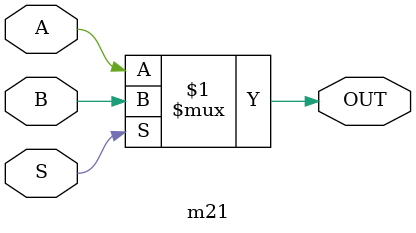
<source format=v>
module m21 (OUT, A, B, S);
	input A, B, S;
	output OUT;
	
	assign OUT=S?B:A;
endmodule
</source>
